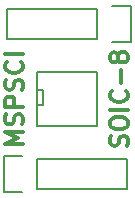
<source format=gbr>
G04 #@! TF.FileFunction,Legend,Top*
%FSLAX46Y46*%
G04 Gerber Fmt 4.6, Leading zero omitted, Abs format (unit mm)*
G04 Created by KiCad (PCBNEW 4.0.1-stable) date Monday, February 29, 2016 'PMt' 03:54:42 PM*
%MOMM*%
G01*
G04 APERTURE LIST*
%ADD10C,0.020000*%
%ADD11C,0.300000*%
%ADD12C,0.150000*%
G04 APERTURE END LIST*
D10*
D11*
X144823571Y-109195714D02*
X143323571Y-109195714D01*
X144395000Y-108695714D01*
X143323571Y-108195714D01*
X144823571Y-108195714D01*
X144752143Y-107552857D02*
X144823571Y-107338571D01*
X144823571Y-106981428D01*
X144752143Y-106838571D01*
X144680714Y-106767142D01*
X144537857Y-106695714D01*
X144395000Y-106695714D01*
X144252143Y-106767142D01*
X144180714Y-106838571D01*
X144109286Y-106981428D01*
X144037857Y-107267142D01*
X143966429Y-107410000D01*
X143895000Y-107481428D01*
X143752143Y-107552857D01*
X143609286Y-107552857D01*
X143466429Y-107481428D01*
X143395000Y-107410000D01*
X143323571Y-107267142D01*
X143323571Y-106910000D01*
X143395000Y-106695714D01*
X144823571Y-106052857D02*
X143323571Y-106052857D01*
X143323571Y-105481429D01*
X143395000Y-105338571D01*
X143466429Y-105267143D01*
X143609286Y-105195714D01*
X143823571Y-105195714D01*
X143966429Y-105267143D01*
X144037857Y-105338571D01*
X144109286Y-105481429D01*
X144109286Y-106052857D01*
X144752143Y-104624286D02*
X144823571Y-104410000D01*
X144823571Y-104052857D01*
X144752143Y-103910000D01*
X144680714Y-103838571D01*
X144537857Y-103767143D01*
X144395000Y-103767143D01*
X144252143Y-103838571D01*
X144180714Y-103910000D01*
X144109286Y-104052857D01*
X144037857Y-104338571D01*
X143966429Y-104481429D01*
X143895000Y-104552857D01*
X143752143Y-104624286D01*
X143609286Y-104624286D01*
X143466429Y-104552857D01*
X143395000Y-104481429D01*
X143323571Y-104338571D01*
X143323571Y-103981429D01*
X143395000Y-103767143D01*
X144680714Y-102267143D02*
X144752143Y-102338572D01*
X144823571Y-102552858D01*
X144823571Y-102695715D01*
X144752143Y-102910000D01*
X144609286Y-103052858D01*
X144466429Y-103124286D01*
X144180714Y-103195715D01*
X143966429Y-103195715D01*
X143680714Y-103124286D01*
X143537857Y-103052858D01*
X143395000Y-102910000D01*
X143323571Y-102695715D01*
X143323571Y-102552858D01*
X143395000Y-102338572D01*
X143466429Y-102267143D01*
X144823571Y-101624286D02*
X143323571Y-101624286D01*
X153642143Y-109374286D02*
X153713571Y-109160000D01*
X153713571Y-108802857D01*
X153642143Y-108660000D01*
X153570714Y-108588571D01*
X153427857Y-108517143D01*
X153285000Y-108517143D01*
X153142143Y-108588571D01*
X153070714Y-108660000D01*
X152999286Y-108802857D01*
X152927857Y-109088571D01*
X152856429Y-109231429D01*
X152785000Y-109302857D01*
X152642143Y-109374286D01*
X152499286Y-109374286D01*
X152356429Y-109302857D01*
X152285000Y-109231429D01*
X152213571Y-109088571D01*
X152213571Y-108731429D01*
X152285000Y-108517143D01*
X152213571Y-107588572D02*
X152213571Y-107302858D01*
X152285000Y-107160000D01*
X152427857Y-107017143D01*
X152713571Y-106945715D01*
X153213571Y-106945715D01*
X153499286Y-107017143D01*
X153642143Y-107160000D01*
X153713571Y-107302858D01*
X153713571Y-107588572D01*
X153642143Y-107731429D01*
X153499286Y-107874286D01*
X153213571Y-107945715D01*
X152713571Y-107945715D01*
X152427857Y-107874286D01*
X152285000Y-107731429D01*
X152213571Y-107588572D01*
X153713571Y-106302857D02*
X152213571Y-106302857D01*
X153570714Y-104731428D02*
X153642143Y-104802857D01*
X153713571Y-105017143D01*
X153713571Y-105160000D01*
X153642143Y-105374285D01*
X153499286Y-105517143D01*
X153356429Y-105588571D01*
X153070714Y-105660000D01*
X152856429Y-105660000D01*
X152570714Y-105588571D01*
X152427857Y-105517143D01*
X152285000Y-105374285D01*
X152213571Y-105160000D01*
X152213571Y-105017143D01*
X152285000Y-104802857D01*
X152356429Y-104731428D01*
X153142143Y-104088571D02*
X153142143Y-102945714D01*
X152856429Y-102017142D02*
X152785000Y-102160000D01*
X152713571Y-102231428D01*
X152570714Y-102302857D01*
X152499286Y-102302857D01*
X152356429Y-102231428D01*
X152285000Y-102160000D01*
X152213571Y-102017142D01*
X152213571Y-101731428D01*
X152285000Y-101588571D01*
X152356429Y-101517142D01*
X152499286Y-101445714D01*
X152570714Y-101445714D01*
X152713571Y-101517142D01*
X152785000Y-101588571D01*
X152856429Y-101731428D01*
X152856429Y-102017142D01*
X152927857Y-102160000D01*
X152999286Y-102231428D01*
X153142143Y-102302857D01*
X153427857Y-102302857D01*
X153570714Y-102231428D01*
X153642143Y-102160000D01*
X153713571Y-102017142D01*
X153713571Y-101731428D01*
X153642143Y-101588571D01*
X153570714Y-101517142D01*
X153427857Y-101445714D01*
X153142143Y-101445714D01*
X152999286Y-101517142D01*
X152927857Y-101588571D01*
X152856429Y-101731428D01*
D12*
X146050000Y-113030000D02*
X153670000Y-113030000D01*
X146050000Y-110490000D02*
X153670000Y-110490000D01*
X143230000Y-110210000D02*
X144780000Y-110210000D01*
X153670000Y-113030000D02*
X153670000Y-110490000D01*
X146050000Y-110490000D02*
X146050000Y-113030000D01*
X144780000Y-113310000D02*
X143230000Y-113310000D01*
X143230000Y-113310000D02*
X143230000Y-110210000D01*
X151130000Y-97790000D02*
X143510000Y-97790000D01*
X151130000Y-100330000D02*
X143510000Y-100330000D01*
X153950000Y-100610000D02*
X152400000Y-100610000D01*
X143510000Y-97790000D02*
X143510000Y-100330000D01*
X151130000Y-100330000D02*
X151130000Y-97790000D01*
X152400000Y-97510000D02*
X153950000Y-97510000D01*
X153950000Y-97510000D02*
X153950000Y-100610000D01*
X146050000Y-103124000D02*
X151130000Y-103124000D01*
X151130000Y-103124000D02*
X151130000Y-107696000D01*
X151130000Y-107696000D02*
X146050000Y-107696000D01*
X146050000Y-107696000D02*
X146050000Y-103124000D01*
X146050000Y-104648000D02*
X146558000Y-104648000D01*
X146558000Y-104648000D02*
X146558000Y-105918000D01*
X146558000Y-105918000D02*
X146050000Y-105918000D01*
M02*

</source>
